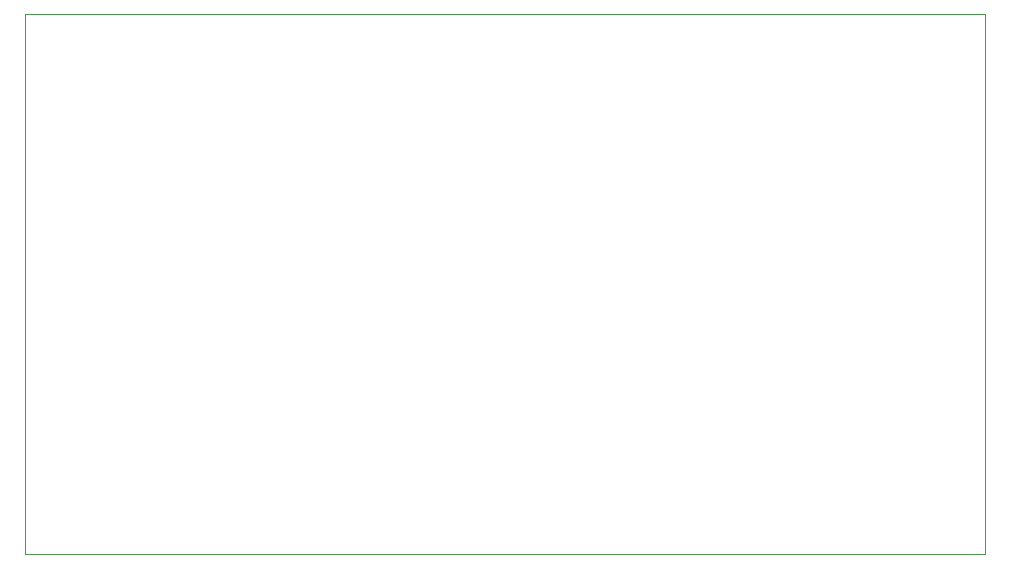
<source format=gbr>
%TF.GenerationSoftware,KiCad,Pcbnew,(6.0.0)*%
%TF.CreationDate,2022-01-11T18:07:16-05:00*%
%TF.ProjectId,PID_electronics,5049445f-656c-4656-9374-726f6e696373,rev?*%
%TF.SameCoordinates,Original*%
%TF.FileFunction,Profile,NP*%
%FSLAX46Y46*%
G04 Gerber Fmt 4.6, Leading zero omitted, Abs format (unit mm)*
G04 Created by KiCad (PCBNEW (6.0.0)) date 2022-01-11 18:07:16*
%MOMM*%
%LPD*%
G01*
G04 APERTURE LIST*
%TA.AperFunction,Profile*%
%ADD10C,0.100000*%
%TD*%
G04 APERTURE END LIST*
D10*
X160020000Y-66040000D02*
X160020000Y-111760000D01*
X160020000Y-111760000D02*
X78740000Y-111760000D01*
X78740000Y-66040000D02*
X160020000Y-66040000D01*
X78740000Y-111760000D02*
X78740000Y-66040000D01*
M02*

</source>
